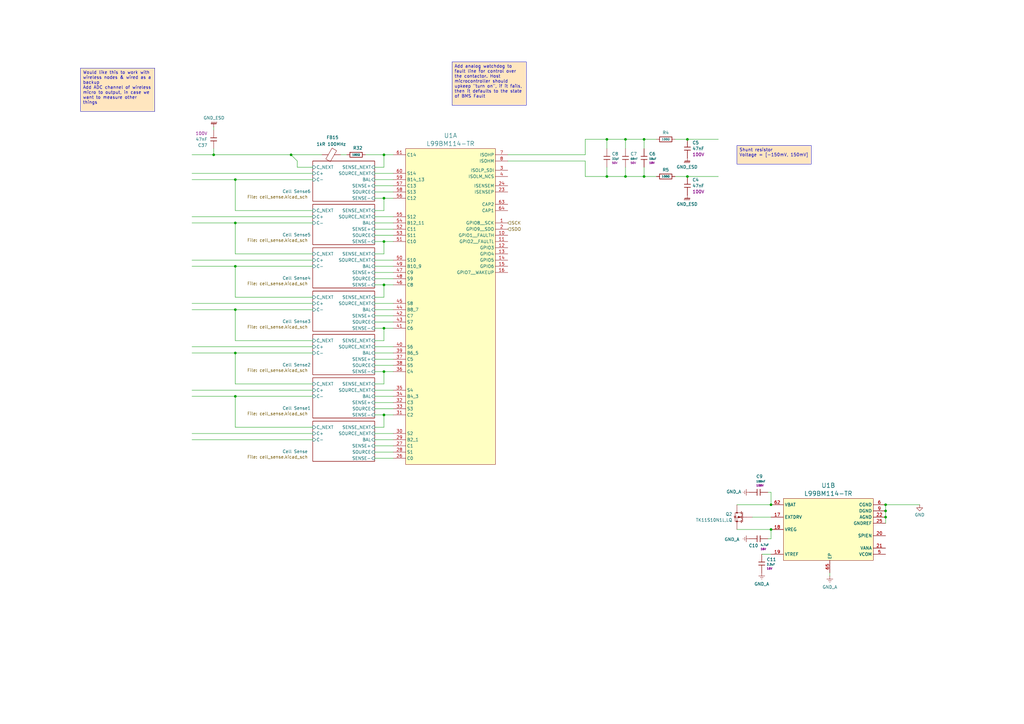
<source format=kicad_sch>
(kicad_sch (version 20250114) (generator "eeschema") (generator_version "9.0")
  (paper "A3")
  (lib_symbols
    (symbol "L99BM114-TR_1"
      (property "Reference" "U" (at -17.526 -67.818 0))
      (property "Value" "L99BM114-TR" (at 19.304 -49.784 0))
      (symbol "L99BM114-TR_1_1_0"
        (rectangle (start -17.78 49.53) (end 19.05 -80.01) (stroke (width 0) (color 128 0 0 1)) (fill (type background)))
        (pin passive line (at -22.86 46.99 0) (length 5.08) (name "C14") (number "61"))
        (pin passive line (at -22.86 39.37 0) (length 5.08) (name "S14") (number "60"))
        (pin passive line (at -22.86 36.83 0) (length 5.08) (name "B14_13") (number "59"))
        (pin passive line (at -22.86 34.29 0) (length 5.08) (name "C13") (number "57"))
        (pin passive line (at -22.86 31.75 0) (length 5.08) (name "S13") (number "58"))
        (pin passive line (at -22.86 29.21 0) (length 5.08) (name "C12") (number "56"))
        (pin passive line (at -22.86 21.59 0) (length 5.08) (name "S12") (number "55"))
        (pin passive line (at -22.86 19.05 0) (length 5.08) (name "B12_11") (number "54"))
        (pin passive line (at -22.86 16.51 0) (length 5.08) (name "C11") (number "52"))
        (pin passive line (at -22.86 13.97 0) (length 5.08) (name "S11") (number "53"))
        (pin passive line (at -22.86 11.43 0) (length 5.08) (name "C10") (number "51"))
        (pin passive line (at -22.86 3.81 0) (length 5.08) (name "S10") (number "50"))
        (pin passive line (at -22.86 1.27 0) (length 5.08) (name "B10_9") (number "49"))
        (pin passive line (at -22.86 -1.27 0) (length 5.08) (name "C9") (number "47"))
        (pin passive line (at -22.86 -3.81 0) (length 5.08) (name "S9") (number "48"))
        (pin passive line (at -22.86 -6.35 0) (length 5.08) (name "C8") (number "46"))
        (pin passive line (at -22.86 -13.97 0) (length 5.08) (name "S8") (number "45"))
        (pin passive line (at -22.86 -16.51 0) (length 5.08) (name "B8_7") (number "44"))
        (pin passive line (at -22.86 -19.05 0) (length 5.08) (name "C7") (number "42"))
        (pin passive line (at -22.86 -21.59 0) (length 5.08) (name "S7") (number "43"))
        (pin passive line (at -22.86 -24.13 0) (length 5.08) (name "C6") (number "41"))
        (pin passive line (at -22.86 -31.75 0) (length 5.08) (name "S6") (number "40"))
        (pin passive line (at -22.86 -34.29 0) (length 5.08) (name "B6_5") (number "39"))
        (pin passive line (at -22.86 -36.83 0) (length 5.08) (name "C5") (number "37"))
        (pin passive line (at -22.86 -39.37 0) (length 5.08) (name "S5") (number "38"))
        (pin passive line (at -22.86 -41.91 0) (length 5.08) (name "C4") (number "36"))
        (pin passive line (at -22.86 -49.53 0) (length 5.08) (name "S4") (number "35"))
        (pin passive line (at -22.86 -52.07 0) (length 5.08) (name "B4_3") (number "34"))
        (pin passive line (at -22.86 -54.61 0) (length 5.08) (name "C3") (number "32"))
        (pin passive line (at -22.86 -57.15 0) (length 5.08) (name "S3") (number "33"))
        (pin passive line (at -22.86 -59.69 0) (length 5.08) (name "C2") (number "31"))
        (pin passive line (at -22.86 -67.31 0) (length 5.08) (name "S2") (number "30"))
        (pin passive line (at -22.86 -69.85 0) (length 5.08) (name "B2_1") (number "29"))
        (pin passive line (at -22.86 -72.39 0) (length 5.08) (name "C1") (number "27"))
        (pin passive line (at -22.86 -74.93 0) (length 5.08) (name "S1") (number "28"))
        (pin passive line (at -22.86 -77.47 0) (length 5.08) (name "C0") (number "26"))
        (pin passive line (at 24.13 46.99 180) (length 5.08) (name "ISOHP") (number "7"))
        (pin passive line (at 24.13 44.45 180) (length 5.08) (name "ISOHM") (number "8"))
        (pin passive line (at 24.13 40.64 180) (length 5.08) (name "ISOLP_SDI") (number "3"))
        (pin passive line (at 24.13 38.1 180) (length 5.08) (name "ISOLM_NCS") (number "4"))
        (pin passive line (at 24.13 34.29 180) (length 5.08) (name "ISENSEM") (number "24"))
        (pin passive line (at 24.13 31.75 180) (length 5.08) (name "ISENSEP") (number "23"))
        (pin passive line (at 24.13 26.67 180) (length 5.08) (name "CAP2") (number "63"))
        (pin passive line (at 24.13 24.13 180) (length 5.08) (name "CAP1") (number "64"))
        (pin passive line (at 24.13 19.05 180) (length 5.08) (name "GPIO8__SCK") (number "1"))
        (pin passive line (at 24.13 16.51 180) (length 5.08) (name "GPIO9__SDO") (number "2"))
        (pin passive line (at 24.13 13.97 180) (length 5.08) (name "GPIO1__FAULTH") (number "10"))
        (pin passive line (at 24.13 11.43 180) (length 5.08) (name "GPIO2__FAULTL") (number "11"))
        (pin passive line (at 24.13 8.89 180) (length 5.08) (name "GPIO3") (number "12"))
        (pin passive line (at 24.13 6.35 180) (length 5.08) (name "GPIO4") (number "13"))
        (pin passive line (at 24.13 3.81 180) (length 5.08) (name "GPIO5") (number "14"))
        (pin passive line (at 24.13 1.27 180) (length 5.08) (name "GPIO6") (number "15"))
        (pin passive line (at 24.13 -1.27 180) (length 5.08) (name "GPIO7__WAKEUP") (number "16"))
      )
      (symbol "L99BM114-TR_1_2_0"
        (rectangle (start -19.05 12.7) (end 17.78 -12.7) (stroke (width 0) (color 128 0 0 1)) (fill (type background)))
        (pin passive line (at -24.13 10.16 0) (length 5.08) (name "VBAT") (number "62"))
        (pin passive line (at -24.13 5.08 0) (length 5.08) (name "EXTDRV") (number "17"))
        (pin passive line (at -24.13 0 0) (length 5.08) (name "VREG") (number "18"))
        (pin passive line (at -24.13 -10.16 0) (length 5.08) (name "VTREF") (number "19"))
        (pin passive line (at 0 -17.78 90) (length 5.08) (name "EP") (number "65"))
        (pin passive line (at 22.86 10.16 180) (length 5.08) (name "CGND") (number "6"))
        (pin passive line (at 22.86 7.62 180) (length 5.08) (name "DGND") (number "9"))
        (pin passive line (at 22.86 5.08 180) (length 5.08) (name "AGND") (number "22"))
        (pin passive line (at 22.86 2.54 180) (length 5.08) (name "GNDREF") (number "25"))
        (pin passive line (at 22.86 -2.54 180) (length 5.08) (name "SPIEN") (number "20"))
        (pin passive line (at 22.86 -7.62 180) (length 5.08) (name "VANA") (number "21"))
        (pin passive line (at 22.86 -10.16 180) (length 5.08) (name "VCOM") (number "5"))
      )
    )
    (symbol "PCM_JLCPCB-Capacitors:0402,33pF" (pin_numbers (hide yes)) (pin_names (offset 0))
      (property "Reference" "C" (at 2.032 1.668 0))
      (property "Value" "33pF" (at 2.032 -0.3782 0))
      (property "Voltage Rated" "50V" (at 2.032 -2.0462 0))
      (symbol "0402,33pF_0_1"
        (polyline (pts (xy -1.27 0.635) (xy 1.27 0.635)) (stroke (width 0.254)))
        (polyline (pts (xy -1.27 -0.635) (xy 1.27 -0.635)) (stroke (width 0.254)))
      )
      (symbol "0402,33pF_1_1"
        (pin passive line (at 0 3.81 270) (length 3.175) (name "~") (number "1"))
        (pin passive line (at 0 -3.81 90) (length 3.175) (name "~") (number "2"))
      )
    )
    (symbol "PCM_JLCPCB-Capacitors:0603,10uF" (pin_numbers (hide yes)) (pin_names (offset 0))
      (property "Reference" "C" (at 2.032 1.668 0))
      (property "Value" "10uF" (at 2.032 -0.3782 0))
      (property "Voltage Rated" "10V" (at 2.032 -2.0462 0))
      (symbol "0603,10uF_0_1"
        (polyline (pts (xy -1.27 0.635) (xy 1.27 0.635)) (stroke (width 0.254)))
        (polyline (pts (xy -1.27 -0.635) (xy 1.27 -0.635)) (stroke (width 0.254)))
      )
      (symbol "0603,10uF_1_1"
        (pin passive line (at 0 3.81 270) (length 3.175) (name "~") (number "1"))
        (pin passive line (at 0 -3.81 90) (length 3.175) (name "~") (number "2"))
      )
    )
    (symbol "PCM_JLCPCB-Capacitors:0603,2.2uF" (pin_numbers (hide yes)) (pin_names (offset 0))
      (property "Reference" "C" (at 2.032 1.668 0))
      (property "Value" "2.2uF" (at 2.032 -0.3782 0))
      (property "Voltage Rated" "16V" (at 2.032 -2.0462 0))
      (symbol "0603,2.2uF_0_1"
        (polyline (pts (xy -1.27 0.635) (xy 1.27 0.635)) (stroke (width 0.254)))
        (polyline (pts (xy -1.27 -0.635) (xy 1.27 -0.635)) (stroke (width 0.254)))
      )
      (symbol "0603,2.2uF_1_1"
        (pin passive line (at 0 3.81 270) (length 3.175) (name "~") (number "1"))
        (pin passive line (at 0 -3.81 90) (length 3.175) (name "~") (number "2"))
      )
    )
    (symbol "PCM_JLCPCB-Capacitors:0603,4.7uF" (pin_numbers (hide yes)) (pin_names (offset 0))
      (property "Reference" "C" (at 2.032 1.668 0))
      (property "Value" "4.7uF" (at 2.032 -0.3782 0))
      (property "Voltage Rated" "16V" (at 2.032 -2.0462 0))
      (symbol "0603,4.7uF_0_1"
        (polyline (pts (xy -1.27 0.635) (xy 1.27 0.635)) (stroke (width 0.254)))
        (polyline (pts (xy -1.27 -0.635) (xy 1.27 -0.635)) (stroke (width 0.254)))
      )
      (symbol "0603,4.7uF_1_1"
        (pin passive line (at 0 3.81 270) (length 3.175) (name "~") (number "1"))
        (pin passive line (at 0 -3.81 90) (length 3.175) (name "~") (number "2"))
      )
    )
    (symbol "PCM_JLCPCB-Capacitors:0603,68nF" (pin_numbers (hide yes)) (pin_names (offset 0))
      (property "Reference" "C" (at 2.032 1.668 0))
      (property "Value" "68nF" (at 2.032 -0.3782 0))
      (property "Voltage Rated" "50V" (at 2.032 -2.0462 0))
      (symbol "0603,68nF_0_1"
        (polyline (pts (xy -1.27 0.635) (xy 1.27 0.635)) (stroke (width 0.254)))
        (polyline (pts (xy -1.27 -0.635) (xy 1.27 -0.635)) (stroke (width 0.254)))
      )
      (symbol "0603,68nF_1_1"
        (pin passive line (at 0 3.81 270) (length 3.175) (name "~") (number "1"))
        (pin passive line (at 0 -3.81 90) (length 3.175) (name "~") (number "2"))
      )
    )
    (symbol "PCM_JLCPCB-Capacitors:0805,100nF" (pin_numbers (hide yes)) (pin_names (offset 0))
      (property "Reference" "C" (at 2.032 1.668 0))
      (property "Value" "100nF" (at 2.032 -0.3782 0))
      (property "Voltage Rated" "100V" (at 2.032 -2.0462 0))
      (symbol "0805,100nF_0_1"
        (polyline (pts (xy -1.27 0.635) (xy 1.27 0.635)) (stroke (width 0.254)))
        (polyline (pts (xy -1.27 -0.635) (xy 1.27 -0.635)) (stroke (width 0.254)))
      )
      (symbol "0805,100nF_1_1"
        (pin passive line (at 0 3.81 270) (length 3.175) (name "~") (number "1"))
        (pin passive line (at 0 -3.81 90) (length 3.175) (name "~") (number "2"))
      )
    )
    (symbol "PCM_JLCPCB-Resistors:0402,100Ω" (pin_numbers (hide yes)) (pin_names (offset 0))
      (property "Reference" "R" (at 1.778 0 0))
      (property "Value" "100Ω" (at 0 0 90))
      (symbol "0402,100Ω_0_1"
        (rectangle (start -1.016 2.54) (end 1.016 -2.54) (stroke (width 0.254)))
      )
      (symbol "0402,100Ω_1_1"
        (pin passive line (at 0 3.81 270) (length 1.27) (name "~") (number "1"))
        (pin passive line (at 0 -3.81 90) (length 1.27) (name "~") (number "2"))
      )
    )
    (symbol "ct_lib:CC0603KRX7R0BB473" (pin_numbers (hide yes)) (pin_names (offset 0) (hide yes))
      (property "Reference" "C" (at 0 0 0))
      (property "Value" "47nF" (at 0 0 0))
      (property "Voltage Rated" "100V" (at 0 0 0))
      (symbol "CC0603KRX7R0BB473_0_1"
        (polyline (pts (xy -1.27 0.635) (xy 1.27 0.635)) (stroke (width 0.254)))
        (polyline (pts (xy -1.27 -0.635) (xy 1.27 -0.635)) (stroke (width 0.254)))
      )
      (symbol "CC0603KRX7R0BB473_1_1"
        (pin passive line (at 0 3.81 270) (length 3.175) (name "~") (number "1"))
        (pin passive line (at 0 -3.81 90) (length 3.175) (name "~") (number "2"))
      )
    )
    (symbol "ct_lib:L99BM114-TR"
      (property "Reference" "U" (at -17.526 -50.038 0))
      (property "Value" "L99BM114-TR" (at 19.304 -49.784 0))
      (symbol "L99BM114-TR_1_0"
        (rectangle (start -17.78 46.99) (end 19.05 -46.99) (stroke (width 0) (color 128 0 0 1)) (fill (type background)))
        (pin passive line (at -22.86 44.45 0) (length 5.08) (name "C14") (number "61"))
        (pin passive line (at -22.86 41.91 0) (length 5.08) (name "S14") (number "60"))
        (pin passive line (at -22.86 39.37 0) (length 5.08) (name "B14_13") (number "59"))
        (pin passive line (at -22.86 36.83 0) (length 5.08) (name "C13") (number "57"))
        (pin passive line (at -22.86 34.29 0) (length 5.08) (name "S13") (number "58"))
        (pin passive line (at -22.86 31.75 0) (length 5.08) (name "C12") (number "56"))
        (pin passive line (at -22.86 29.21 0) (length 5.08) (name "S12") (number "55"))
        (pin passive line (at -22.86 26.67 0) (length 5.08) (name "B12_11") (number "54"))
        (pin passive line (at -22.86 24.13 0) (length 5.08) (name "C11") (number "52"))
        (pin passive line (at -22.86 21.59 0) (length 5.08) (name "S11") (number "53"))
        (pin passive line (at -22.86 19.05 0) (length 5.08) (name "C10") (number "51"))
        (pin passive line (at -22.86 16.51 0) (length 5.08) (name "S10") (number "50"))
        (pin passive line (at -22.86 13.97 0) (length 5.08) (name "B10_9") (number "49"))
        (pin passive line (at -22.86 11.43 0) (length 5.08) (name "C9") (number "47"))
        (pin passive line (at -22.86 8.89 0) (length 5.08) (name "S9") (number "48"))
        (pin passive line (at -22.86 6.35 0) (length 5.08) (name "C8") (number "46"))
        (pin passive line (at -22.86 3.81 0) (length 5.08) (name "S8") (number "45"))
        (pin passive line (at -22.86 1.27 0) (length 5.08) (name "B8_7") (number "44"))
        (pin passive line (at -22.86 -1.27 0) (length 5.08) (name "C7") (number "42"))
        (pin passive line (at -22.86 -3.81 0) (length 5.08) (name "S7") (number "43"))
        (pin passive line (at -22.86 -6.35 0) (length 5.08) (name "C6") (number "41"))
        (pin passive line (at -22.86 -8.89 0) (length 5.08) (name "S6") (number "40"))
        (pin passive line (at -22.86 -11.43 0) (length 5.08) (name "B6_5") (number "39"))
        (pin passive line (at -22.86 -13.97 0) (length 5.08) (name "C5") (number "37"))
        (pin passive line (at -22.86 -16.51 0) (length 5.08) (name "S5") (number "38"))
        (pin passive line (at -22.86 -19.05 0) (length 5.08) (name "C4") (number "36"))
        (pin passive line (at -22.86 -21.59 0) (length 5.08) (name "S4") (number "35"))
        (pin passive line (at -22.86 -24.13 0) (length 5.08) (name "B4_3") (number "34"))
        (pin passive line (at -22.86 -26.67 0) (length 5.08) (name "C3") (number "32"))
        (pin passive line (at -22.86 -29.21 0) (length 5.08) (name "S3") (number "33"))
        (pin passive line (at -22.86 -31.75 0) (length 5.08) (name "C2") (number "31"))
        (pin passive line (at -22.86 -34.29 0) (length 5.08) (name "S2") (number "30"))
        (pin passive line (at -22.86 -36.83 0) (length 5.08) (name "B2_1") (number "29"))
        (pin passive line (at -22.86 -39.37 0) (length 5.08) (name "C1") (number "27"))
        (pin passive line (at -22.86 -41.91 0) (length 5.08) (name "S1") (number "28"))
        (pin passive line (at -22.86 -44.45 0) (length 5.08) (name "C0") (number "26"))
        (pin passive line (at 24.13 43.18 180) (length 5.08) (name "ISOHP") (number "7"))
        (pin passive line (at 24.13 40.64 180) (length 5.08) (name "ISOHM") (number "8"))
        (pin passive line (at 24.13 36.83 180) (length 5.08) (name "ISOLP_SDI") (number "3"))
        (pin passive line (at 24.13 34.29 180) (length 5.08) (name "ISOLM_NCS") (number "4"))
        (pin passive line (at 24.13 30.48 180) (length 5.08) (name "ISENSEM") (number "24"))
        (pin passive line (at 24.13 27.94 180) (length 5.08) (name "ISENSEP") (number "23"))
        (pin passive line (at 24.13 22.86 180) (length 5.08) (name "CAP2") (number "63"))
        (pin passive line (at 24.13 20.32 180) (length 5.08) (name "CAP1") (number "64"))
        (pin passive line (at 24.13 15.24 180) (length 5.08) (name "GPIO8__SCK") (number "1"))
        (pin passive line (at 24.13 12.7 180) (length 5.08) (name "GPIO9__SDO") (number "2"))
        (pin passive line (at 24.13 10.16 180) (length 5.08) (name "GPIO1__FAULTH") (number "10"))
        (pin passive line (at 24.13 7.62 180) (length 5.08) (name "GPIO2__FAULTL") (number "11"))
        (pin passive line (at 24.13 5.08 180) (length 5.08) (name "GPIO3") (number "12"))
        (pin passive line (at 24.13 2.54 180) (length 5.08) (name "GPIO4") (number "13"))
        (pin passive line (at 24.13 0 180) (length 5.08) (name "GPIO5") (number "14"))
        (pin passive line (at 24.13 -2.54 180) (length 5.08) (name "GPIO6") (number "15"))
        (pin passive line (at 24.13 -5.08 180) (length 5.08) (name "GPIO7__WAKEUP") (number "16"))
      )
      (symbol "L99BM114-TR_2_0"
        (rectangle (start -19.05 12.7) (end 17.78 -12.7) (stroke (width 0) (color 128 0 0 1)) (fill (type background)))
        (pin passive line (at -24.13 10.16 0) (length 5.08) (name "VBAT") (number "62"))
        (pin passive line (at -24.13 5.08 0) (length 5.08) (name "EXTDRV") (number "17"))
        (pin passive line (at -24.13 0 0) (length 5.08) (name "VREG") (number "18"))
        (pin passive line (at -24.13 -10.16 0) (length 5.08) (name "VTREF") (number "19"))
        (pin passive line (at 0 -17.78 90) (length 5.08) (name "EP") (number "65"))
        (pin passive line (at 22.86 10.16 180) (length 5.08) (name "CGND") (number "6"))
        (pin passive line (at 22.86 7.62 180) (length 5.08) (name "DGND") (number "9"))
        (pin passive line (at 22.86 5.08 180) (length 5.08) (name "AGND") (number "22"))
        (pin passive line (at 22.86 2.54 180) (length 5.08) (name "GNDREF") (number "25"))
        (pin passive line (at 22.86 -2.54 180) (length 5.08) (name "SPIEN") (number "20"))
        (pin passive line (at 22.86 -7.62 180) (length 5.08) (name "VANA") (number "21"))
        (pin passive line (at 22.86 -10.16 180) (length 5.08) (name "VCOM") (number "5"))
      )
    )
    (symbol "ct_lib:MPZ2012S102ATD25" (pin_numbers (hide yes)) (pin_names (offset 0) (hide yes))
      (property "Reference" "FB" (at 0 0 0))
      (property "Value" "1kR 100MHz" (at 0 0 0))
      (symbol "MPZ2012S102ATD25_0_1"
        (polyline (pts (xy -2.7686 0.4064) (xy -1.7018 2.2606) (xy 2.7686 -0.3048) (xy 1.6764 -2.159) (xy -2.7686 0.4064)))
        (polyline (pts (xy 0 1.27) (xy 0 1.2954)))
        (polyline (pts (xy 0 -1.27) (xy 0 -1.2192)))
      )
      (symbol "MPZ2012S102ATD25_1_1"
        (pin passive line (at 0 3.81 270) (length 2.54) (name "~") (number "1"))
        (pin passive line (at 0 -3.81 90) (length 2.54) (name "~") (number "2"))
      )
    )
    (symbol "ct_lib:TK11S10N1L,LQ" (pin_numbers (hide yes)) (pin_names (offset 0) (hide yes))
      (property "Reference" "Q" (at 1.27 0 0))
      (property "Value" "TK11S10N1L,LQ" (at 0 0 0))
      (symbol "TK11S10N1L,LQ_0_1"
        (polyline (pts (xy 0.254 1.905) (xy 0.254 -1.905)) (stroke (width 0.254)))
        (polyline (pts (xy 0.254 0) (xy -1.27 0)))
        (polyline (pts (xy 0.762 2.286) (xy 0.762 1.27)) (stroke (width 0.254)))
        (polyline (pts (xy 0.762 0.508) (xy 0.762 -0.508)) (stroke (width 0.254)))
        (polyline (pts (xy 0.762 -1.27) (xy 0.762 -2.286)) (stroke (width 0.254)))
        (polyline (pts (xy 0.762 -1.778) (xy 3.302 -1.778) (xy 3.302 1.778) (xy 0.762 1.778)))
        (polyline (pts (xy 1.016 0) (xy 2.032 0.381) (xy 2.032 -0.381) (xy 1.016 0)) (fill (type outline)))
        (polyline (pts (xy 2.54 2.54) (xy 2.54 1.778)))
        (circle (center 2.54 1.778) (radius 0.254) (fill (type outline)))
        (circle (center 2.54 -1.778) (radius 0.254) (fill (type outline)))
        (polyline (pts (xy 2.54 -2.54) (xy 2.54 0) (xy 0.762 0)))
        (polyline (pts (xy 2.794 0.508) (xy 2.921 0.381) (xy 3.683 0.381) (xy 3.81 0.254)))
        (polyline (pts (xy 3.302 0.381) (xy 2.921 -0.254) (xy 3.683 -0.254) (xy 3.302 0.381)))
      )
      (symbol "TK11S10N1L,LQ_1_1"
        (pin input line (at -3.81 0 0) (length 2.54) (name "G") (number "1"))
        (pin passive line (at 2.54 5.08 270) (length 2.54) (name "D") (number "3"))
        (pin passive line (at 2.54 -5.08 90) (length 2.54) (name "S") (number "2"))
      )
    )
    (symbol "power:GND" (power) (pin_numbers (hide yes)) (pin_names (offset 0) (hide yes))
      (property "Value" "GND" (at 0 -3.81 0))
      (symbol "GND_0_1"
        (polyline (pts (xy 0 0) (xy 0 -1.27) (xy 1.27 -1.27) (xy 0 -2.54) (xy -1.27 -1.27) (xy 0 -1.27)))
      )
      (symbol "GND_1_1"
        (pin power_in line (at 0 0 270) (length 0) (name "~") (number "1"))
      )
    )
    (symbol "power:GNDPWR" (power) (pin_numbers (hide yes)) (pin_names (offset 0) (hide yes))
      (property "Value" "GNDPWR" (at 0 -3.302 0))
      (symbol "GNDPWR_0_1"
        (polyline (pts (xy -1.016 -1.27) (xy -1.27 -2.032) (xy -1.27 -2.032)) (stroke (width 0.2032)))
        (polyline (pts (xy -0.508 -1.27) (xy -0.762 -2.032) (xy -0.762 -2.032)) (stroke (width 0.2032)))
        (polyline (pts (xy 0 -1.27) (xy 0 0)))
        (polyline (pts (xy 0 -1.27) (xy -0.254 -2.032) (xy -0.254 -2.032)) (stroke (width 0.2032)))
        (polyline (pts (xy 0.508 -1.27) (xy 0.254 -2.032) (xy 0.254 -2.032)) (stroke (width 0.2032)))
        (polyline (pts (xy 1.016 -1.27) (xy -1.016 -1.27) (xy -1.016 -1.27)) (stroke (width 0.2032)))
        (polyline (pts (xy 1.016 -1.27) (xy 0.762 -2.032) (xy 0.762 -2.032) (xy 0.762 -2.032)) (stroke (width 0.2032)))
      )
      (symbol "GNDPWR_1_1"
        (pin power_in line (at 0 0 270) (length 0) (name "~") (number "1"))
      )
    )
    (symbol "power:GNDREF" (power) (pin_numbers (hide yes)) (pin_names (offset 0) (hide yes))
      (property "Value" "GNDREF" (at 0 -3.81 0))
      (symbol "GNDREF_0_1"
        (polyline (pts (xy -0.635 -1.905) (xy 0.635 -1.905)))
        (polyline (pts (xy -0.127 -2.54) (xy 0.127 -2.54)))
        (polyline (pts (xy 0 -1.27) (xy 0 0)))
        (polyline (pts (xy 1.27 -1.27) (xy -1.27 -1.27)))
      )
      (symbol "GNDREF_1_1"
        (pin power_in line (at 0 0 270) (length 0) (name "~") (number "1"))
      )
    )
  )
  (text_box "Shunt resistor\nVoltage = [-150mV, 150mV]\n" (at 302.26 59.69 0) (size 30.48 7.62) (margins 0.9525 0.9525 0.9525 0.9525) (fill (type color) (color 255 230 191 1)) (effects (font (size 1.27 1.27)) (justify left top)))
  (text_box "Would like this to work with wireless nodes & wired as a backup\nAdd ADC channel of wireless micro to output, in case we want to measure other things" (at 33.02 27.94 0) (size 30.48 17.78) (margins 0.9525 0.9525 0.9525 0.9525) (fill (type color) (color 255 230 191 1)) (effects (font (size 1.27 1.27)) (justify left top)))
  (text_box "Add analog watchdog to fault line for control over the contactor. Host microcontroller should upkeep \"turn on\", if it fails, then it defaults to the state of BMS Fault" (at 185.42 25.4 0) (size 30.48 17.78) (margins 0.9525 0.9525 0.9525 0.9525) (fill (type color) (color 255 230 191 1)) (effects (font (size 1.27 1.27)) (justify left top)))
  (junction (at 157.48 116.84))
  (junction (at 96.52 91.44))
  (junction (at 157.48 81.28))
  (junction (at 316.23 217.17))
  (junction (at 87.63 63.5))
  (junction (at 363.22 209.55))
  (junction (at 96.52 109.22))
  (junction (at 157.48 152.4))
  (junction (at 264.16 57.15))
  (junction (at 96.52 73.66))
  (junction (at 157.48 134.62))
  (junction (at 363.22 212.09))
  (junction (at 96.52 127))
  (junction (at 96.52 162.56))
  (junction (at 157.48 99.06))
  (junction (at 264.16 72.39))
  (junction (at 248.92 72.39))
  (junction (at 281.94 72.39))
  (junction (at 256.54 57.15))
  (junction (at 119.38 63.5))
  (junction (at 157.48 170.18))
  (junction (at 316.23 207.01))
  (junction (at 96.52 144.78))
  (junction (at 256.54 72.39))
  (junction (at 157.48 63.5))
  (junction (at 281.94 57.15))
  (junction (at 248.92 57.15))
  (junction (at 363.22 207.01))
  (bus_entry (at 121.92 66.04) (size -2.54 -2.54))
  (wire (pts (xy 153.67 144.78) (xy 161.29 144.78)))
  (wire (pts (xy 240.03 63.5) (xy 240.03 57.15)))
  (wire (pts (xy 314.96 201.93) (xy 316.23 201.93)))
  (wire (pts (xy 276.86 72.39) (xy 281.94 72.39)))
  (wire (pts (xy 78.74 127) (xy 96.52 127)))
  (wire (pts (xy 248.92 68.58) (xy 248.92 72.39)))
  (wire (pts (xy 157.48 152.4) (xy 157.48 157.48)))
  (wire (pts (xy 153.67 99.06) (xy 157.48 99.06)))
  (wire (pts (xy 96.52 157.48) (xy 96.52 144.78)))
  (wire (pts (xy 78.74 63.5) (xy 87.63 63.5)))
  (wire (pts (xy 157.48 63.5) (xy 161.29 63.5)))
  (wire (pts (xy 264.16 68.58) (xy 264.16 72.39)))
  (wire (pts (xy 256.54 72.39) (xy 264.16 72.39)))
  (wire (pts (xy 96.52 104.14) (xy 96.52 91.44)))
  (wire (pts (xy 128.27 157.48) (xy 96.52 157.48)))
  (wire (pts (xy 78.74 71.12) (xy 128.27 71.12)))
  (wire (pts (xy 153.67 152.4) (xy 157.48 152.4)))
  (wire (pts (xy 153.67 104.14) (xy 157.48 104.14)))
  (wire (pts (xy 153.67 73.66) (xy 161.29 73.66)))
  (wire (pts (xy 157.48 170.18) (xy 157.48 175.26)))
  (wire (pts (xy 240.03 57.15) (xy 248.92 57.15)))
  (wire (pts (xy 96.52 121.92) (xy 96.52 109.22)))
  (wire (pts (xy 256.54 60.96) (xy 256.54 57.15)))
  (wire (pts (xy 308.61 212.09) (xy 316.23 212.09)))
  (wire (pts (xy 157.48 116.84) (xy 161.29 116.84)))
  (wire (pts (xy 78.74 73.66) (xy 96.52 73.66)))
  (wire (pts (xy 153.67 127) (xy 161.29 127)))
  (wire (pts (xy 153.67 96.52) (xy 161.29 96.52)))
  (wire (pts (xy 302.26 217.17) (xy 316.23 217.17)))
  (wire (pts (xy 153.67 78.74) (xy 161.29 78.74)))
  (wire (pts (xy 240.03 66.04) (xy 240.03 72.39)))
  (wire (pts (xy 248.92 72.39) (xy 256.54 72.39)))
  (wire (pts (xy 78.74 144.78) (xy 96.52 144.78)))
  (wire (pts (xy 87.63 60.96) (xy 87.63 63.5)))
  (wire (pts (xy 153.67 162.56) (xy 161.29 162.56)))
  (wire (pts (xy 248.92 57.15) (xy 256.54 57.15)))
  (wire (pts (xy 157.48 116.84) (xy 157.48 121.92)))
  (wire (pts (xy 208.28 63.5) (xy 240.03 63.5)))
  (wire (pts (xy 157.48 81.28) (xy 157.48 86.36)))
  (wire (pts (xy 157.48 99.06) (xy 161.29 99.06)))
  (wire (pts (xy 281.94 57.15) (xy 294.64 57.15)))
  (wire (pts (xy 121.92 68.58) (xy 121.92 66.04)))
  (wire (pts (xy 153.67 76.2) (xy 161.29 76.2)))
  (wire (pts (xy 153.67 88.9) (xy 161.29 88.9)))
  (wire (pts (xy 302.26 207.01) (xy 316.23 207.01)))
  (wire (pts (xy 78.74 177.8) (xy 128.27 177.8)))
  (wire (pts (xy 153.67 177.8) (xy 161.29 177.8)))
  (wire (pts (xy 96.52 109.22) (xy 128.27 109.22)))
  (wire (pts (xy 363.22 207.01) (xy 363.22 209.55)))
  (wire (pts (xy 153.67 182.88) (xy 161.29 182.88)))
  (wire (pts (xy 256.54 57.15) (xy 264.16 57.15)))
  (wire (pts (xy 157.48 134.62) (xy 161.29 134.62)))
  (wire (pts (xy 153.67 93.98) (xy 161.29 93.98)))
  (wire (pts (xy 119.38 63.5) (xy 132.08 63.5)))
  (wire (pts (xy 153.67 167.64) (xy 161.29 167.64)))
  (wire (pts (xy 78.74 142.24) (xy 128.27 142.24)))
  (wire (pts (xy 142.24 63.5) (xy 139.7 63.5)))
  (wire (pts (xy 276.86 57.15) (xy 281.94 57.15)))
  (wire (pts (xy 264.16 72.39) (xy 269.24 72.39)))
  (wire (pts (xy 96.52 144.78) (xy 128.27 144.78)))
  (wire (pts (xy 153.67 106.68) (xy 161.29 106.68)))
  (wire (pts (xy 96.52 73.66) (xy 128.27 73.66)))
  (wire (pts (xy 78.74 106.68) (xy 128.27 106.68)))
  (wire (pts (xy 78.74 88.9) (xy 128.27 88.9)))
  (wire (pts (xy 264.16 60.96) (xy 264.16 57.15)))
  (wire (pts (xy 157.48 68.58) (xy 157.48 63.5)))
  (wire (pts (xy 128.27 139.7) (xy 96.52 139.7)))
  (wire (pts (xy 363.22 207.01) (xy 377.19 207.01)))
  (wire (pts (xy 78.74 109.22) (xy 96.52 109.22)))
  (wire (pts (xy 87.63 52.07) (xy 87.63 53.34)))
  (wire (pts (xy 153.67 116.84) (xy 157.48 116.84)))
  (wire (pts (xy 363.22 209.55) (xy 363.22 212.09)))
  (wire (pts (xy 153.67 86.36) (xy 157.48 86.36)))
  (wire (pts (xy 78.74 124.46) (xy 128.27 124.46)))
  (wire (pts (xy 240.03 72.39) (xy 248.92 72.39)))
  (wire (pts (xy 157.48 134.62) (xy 157.48 139.7)))
  (wire (pts (xy 153.67 147.32) (xy 161.29 147.32)))
  (wire (pts (xy 281.94 72.39) (xy 294.64 72.39)))
  (wire (pts (xy 128.27 175.26) (xy 96.52 175.26)))
  (wire (pts (xy 153.67 121.92) (xy 157.48 121.92)))
  (wire (pts (xy 153.67 109.22) (xy 161.29 109.22)))
  (wire (pts (xy 78.74 180.34) (xy 128.27 180.34)))
  (wire (pts (xy 153.67 132.08) (xy 161.29 132.08)))
  (wire (pts (xy 248.92 60.96) (xy 248.92 57.15)))
  (wire (pts (xy 153.67 165.1) (xy 161.29 165.1)))
  (wire (pts (xy 153.67 129.54) (xy 161.29 129.54)))
  (wire (pts (xy 153.67 175.26) (xy 157.48 175.26)))
  (wire (pts (xy 153.67 180.34) (xy 161.29 180.34)))
  (wire (pts (xy 157.48 99.06) (xy 157.48 104.14)))
  (wire (pts (xy 153.67 134.62) (xy 157.48 134.62)))
  (wire (pts (xy 153.67 170.18) (xy 157.48 170.18)))
  (wire (pts (xy 153.67 142.24) (xy 161.29 142.24)))
  (wire (pts (xy 96.52 175.26) (xy 96.52 162.56)))
  (wire (pts (xy 153.67 91.44) (xy 161.29 91.44)))
  (wire (pts (xy 96.52 127) (xy 128.27 127)))
  (wire (pts (xy 96.52 86.36) (xy 96.52 73.66)))
  (wire (pts (xy 128.27 121.92) (xy 96.52 121.92)))
  (wire (pts (xy 157.48 170.18) (xy 161.29 170.18)))
  (wire (pts (xy 157.48 81.28) (xy 161.29 81.28)))
  (wire (pts (xy 153.67 160.02) (xy 161.29 160.02)))
  (wire (pts (xy 128.27 86.36) (xy 96.52 86.36)))
  (wire (pts (xy 256.54 68.58) (xy 256.54 72.39)))
  (wire (pts (xy 153.67 185.42) (xy 161.29 185.42)))
  (wire (pts (xy 316.23 220.98) (xy 314.96 220.98)))
  (wire (pts (xy 87.63 63.5) (xy 119.38 63.5)))
  (wire (pts (xy 153.67 68.58) (xy 157.48 68.58)))
  (wire (pts (xy 78.74 91.44) (xy 96.52 91.44)))
  (wire (pts (xy 153.67 187.96) (xy 161.29 187.96)))
  (wire (pts (xy 316.23 217.17) (xy 316.23 220.98)))
  (wire (pts (xy 96.52 91.44) (xy 128.27 91.44)))
  (wire (pts (xy 78.74 160.02) (xy 128.27 160.02)))
  (wire (pts (xy 153.67 111.76) (xy 161.29 111.76)))
  (wire (pts (xy 153.67 81.28) (xy 157.48 81.28)))
  (wire (pts (xy 153.67 149.86) (xy 161.29 149.86)))
  (wire (pts (xy 208.28 66.04) (xy 240.03 66.04)))
  (wire (pts (xy 316.23 201.93) (xy 316.23 207.01)))
  (wire (pts (xy 96.52 139.7) (xy 96.52 127)))
  (wire (pts (xy 363.22 212.09) (xy 363.22 214.63)))
  (wire (pts (xy 312.42 227.33) (xy 316.23 227.33)))
  (wire (pts (xy 96.52 162.56) (xy 128.27 162.56)))
  (wire (pts (xy 153.67 114.3) (xy 161.29 114.3)))
  (wire (pts (xy 128.27 104.14) (xy 96.52 104.14)))
  (wire (pts (xy 149.86 63.5) (xy 157.48 63.5)))
  (wire (pts (xy 153.67 157.48) (xy 157.48 157.48)))
  (wire (pts (xy 153.67 71.12) (xy 161.29 71.12)))
  (wire (pts (xy 78.74 162.56) (xy 96.52 162.56)))
  (wire (pts (xy 153.67 124.46) (xy 161.29 124.46)))
  (wire (pts (xy 264.16 57.15) (xy 269.24 57.15)))
  (wire (pts (xy 340.36 234.95) (xy 340.36 236.22)))
  (wire (pts (xy 157.48 152.4) (xy 161.29 152.4)))
  (wire (pts (xy 153.67 139.7) (xy 157.48 139.7)))
  (wire (pts (xy 128.27 68.58) (xy 121.92 68.58)))
  (hierarchical_label "SCK" (shape input) (at 208.28 91.44 0))
  (hierarchical_label "SDO" (shape input) (at 208.28 93.98 0))
  (symbol (lib_id "ct_lib:L99BM114-TR") (at 340.36 217.17 0) (unit 2)
    (property "Reference" "U1" (at 339.725 199.1043 0) (effects (font (size 1.8288 1.8288))))
    (property "Value" "L99BM114-TR" (at 339.725 202.4274 0) (effects (font (size 1.8288 1.8288))))
    (property "Datasheet" "https://www.st.com/resource/en/datasheet/l99bm114.pdf" (effects (hide yes)))
    (property "Description" "Battery Multi-Function Controller IC Lithium Ion 64-TQFP-EP (10x10)" (effects (hide yes)))
    (property "MFG" "STMicroelectronics" (effects (hide yes)))
  )
  (symbol (lib_id "PCM_JLCPCB-Capacitors:0805,100nF") (at 311.15 201.93 270) (unit 1)
    (property "Reference" "C9" (at 310.134 195.4218 90) (effects (justify left)))
    (property "Value" "100nF" (at 310.134 197.468 90) (effects (font (size 0.8 0.8)) (justify left)))
    (property "Footprint" "PCM_JLCPCB:C_0805" (effects (hide yes)))
    (property "Datasheet" "https://www.lcsc.com/datasheet/lcsc_datasheet_2304140030_Samsung-Electro-Mechanics-CL21B104KCFNNNE_C28233.pdf" (effects (hide yes)))
    (property "Description" "100V 100nF X7R ±10% 0805 Multilayer Ceramic Capacitors MLCC - SMD/SMT ROHS" (effects (hide yes)))
    (property "LCSC" "C28233" (effects (hide yes)))
    (property "Stock" "1168020" (effects (hide yes)))
    (property "Price" "0.009USD" (effects (hide yes)))
    (property "Process" "SMT" (effects (hide yes)))
    (property "Minimum Qty" "20" (effects (hide yes)))
    (property "Attrition Qty" "10" (effects (hide yes)))
    (property "Class" "Basic Component" (effects (hide yes)))
    (property "Category" "Capacitors,Multilayer Ceramic Capacitors MLCC - SMD/SMT" (effects (hide yes)))
    (property "Manufacturer" "Samsung Electro-Mechanics" (effects (hide yes)))
    (property "Part" "CL21B104KCFNNNE" (effects (hide yes)))
    (property "Voltage Rated" "100V" (at 310.134 199.136 90) (effects (font (size 0.8 0.8)) (justify left)))
    (property "Tolerance" "±10%" (effects (hide yes)))
    (property "Capacitance" "100nF" (effects (hide yes)))
    (property "Temperature Coefficient" "X7R" (effects (hide yes)))
  )
  (symbol (lib_id "power:GNDREF") (at 307.34 220.98 270) (unit 1)
    (property "Reference" "#PWR06" (effects (hide yes)))
    (property "Value" "GND_A" (at 300.228 221.234 90))
    (property "Description" "Power symbol creates a global label with name \"GNDREF\" , reference supply ground" (effects (hide yes)))
  )
  (symbol (lib_id "power:GNDPWR") (at 87.63 52.07 180) (unit 1)
    (property "Reference" "#PWR022" (effects (hide yes)))
    (property "Value" "GND_ESD" (at 87.757 48.3433 0))
    (property "Description" "Power symbol creates a global label with name \"GNDPWR\" , global ground" (effects (hide yes)))
  )
  (symbol (lib_id "PCM_JLCPCB-Capacitors:0603,4.7uF") (at 311.15 220.98 90) (unit 1)
    (property "Reference" "C10" (at 307.086 223.774 90) (effects (justify right)))
    (property "Value" "4.7uF" (at 311.912 223.52 90) (effects (font (size 0.8 0.8)) (justify right)))
    (property "Footprint" "PCM_JLCPCB:C_0603" (effects (hide yes)))
    (property "Datasheet" "https://www.lcsc.com/datasheet/lcsc_datasheet_2304140030_Samsung-Electro-Mechanics-CL10A475KO8NNNC_C19666.pdf" (effects (hide yes)))
    (property "Description" "16V 4.7uF X5R ±10% 0603 Multilayer Ceramic Capacitors MLCC - SMD/SMT ROHS" (effects (hide yes)))
    (property "LCSC" "C19666" (effects (hide yes)))
    (property "Stock" "4246728" (effects (hide yes)))
    (property "Price" "0.013USD" (effects (hide yes)))
    (property "Process" "SMT" (effects (hide yes)))
    (property "Minimum Qty" "20" (effects (hide yes)))
    (property "Attrition Qty" "10" (effects (hide yes)))
    (property "Class" "Basic Component" (effects (hide yes)))
    (property "Category" "Capacitors,Multilayer Ceramic Capacitors MLCC - SMD/SMT" (effects (hide yes)))
    (property "Manufacturer" "Samsung Electro-Mechanics" (effects (hide yes)))
    (property "Part" "CL10A475KO8NNNC" (effects (hide yes)))
    (property "Voltage Rated" "16V" (at 311.912 225.188 90) (effects (font (size 0.8 0.8)) (justify right)))
    (property "Tolerance" "±10%" (effects (hide yes)))
    (property "Capacitance" "4.7uF" (effects (hide yes)))
    (property "Temperature Coefficient" "X5R" (effects (hide yes)))
  )
  (symbol (lib_id "PCM_JLCPCB-Capacitors:0603,10uF") (at 264.16 64.77 0) (unit 1)
    (property "Reference" "C6" (at 266.192 63.102 0) (effects (justify left)))
    (property "Value" "10uF" (at 266.192 65.1482 0) (effects (font (size 0.8 0.8)) (justify left)))
    (property "Footprint" "PCM_JLCPCB:C_0603" (effects (hide yes)))
    (property "Datasheet" "https://www.lcsc.com/datasheet/lcsc_datasheet_2304140030_Samsung-Electro-Mechanics-CL10A106KP8NNNC_C19702.pdf" (effects (hide yes)))
    (property "Description" "10V 10uF X5R ±10% 0603 Multilayer Ceramic Capacitors MLCC - SMD/SMT ROHS" (effects (hide yes)))
    (property "LCSC" "C19702" (effects (hide yes)))
    (property "Stock" "9881407" (effects (hide yes)))
    (property "Price" "0.009USD" (effects (hide yes)))
    (property "Process" "SMT" (effects (hide yes)))
    (property "Minimum Qty" "20" (effects (hide yes)))
    (property "Attrition Qty" "10" (effects (hide yes)))
    (property "Class" "Basic Component" (effects (hide yes)))
    (property "Category" "Capacitors,Multilayer Ceramic Capacitors MLCC - SMD/SMT" (effects (hide yes)))
    (property "Manufacturer" "Samsung Electro-Mechanics" (effects (hide yes)))
    (property "Part" "CL10A106KP8NNNC" (effects (hide yes)))
    (property "Voltage Rated" "10V" (at 266.192 66.8162 0) (effects (font (size 0.8 0.8)) (justify left)))
    (property "Tolerance" "±10%" (effects (hide yes)))
    (property "Capacitance" "10uF" (effects (hide yes)))
    (property "Temperature Coefficient" "X5R" (effects (hide yes)))
  )
  (symbol (lib_id "power:GNDPWR") (at 281.94 64.77 0) (unit 1)
    (property "Reference" "#PWR03" (effects (hide yes)))
    (property "Value" "GND_ESD" (at 281.813 68.4967 0))
    (property "Description" "Power symbol creates a global label with name \"GNDPWR\" , global ground" (effects (hide yes)))
  )
  (symbol (lib_id "ct_lib:CC0603KRX7R0BB473") (at 281.94 76.2 0) (unit 1)
    (property "Reference" "C4" (at 283.972 73.7757 0) (effects (justify left)))
    (property "Value" "47nF" (at 283.972 76.2 0) (effects (justify left)))
    (property "Description" "100V 47nF X7R ±10% 0603 Multilayer Ceramic Capacitors MLCC - SMD/SMT ROHS" (effects (hide yes)))
    (property "MFG" "YAGEO" (effects (hide yes)))
    (property "MPN" "CC0603KRX7R0BB473" (effects (hide yes)))
    (property "Tolerance" "10%" (effects (hide yes)))
    (property "Voltage Rated" "100V" (at 283.972 78.6243 0) (effects (justify left)))
  )
  (symbol (lib_id "PCM_JLCPCB-Capacitors:0402,33pF") (at 248.92 64.77 0) (unit 1)
    (property "Reference" "C8" (at 250.952 63.102 0) (effects (justify left)))
    (property "Value" "33pF" (at 250.952 65.1482 0) (effects (font (size 0.8 0.8)) (justify left)))
    (property "Footprint" "PCM_JLCPCB:C_0402" (effects (hide yes)))
    (property "Datasheet" "https://www.lcsc.com/datasheet/lcsc_datasheet_2304140030_FH--Guangdong-Fenghua-Advanced-Tech-0402CG330J500NT_C1562.pdf" (effects (hide yes)))
    (property "Description" "50V 33pF C0G ±5% 0402 Multilayer Ceramic Capacitors MLCC - SMD/SMT ROHS" (effects (hide yes)))
    (property "LCSC" "C1562" (effects (hide yes)))
    (property "Stock" "404899" (effects (hide yes)))
    (property "Price" "0.004USD" (effects (hide yes)))
    (property "Process" "SMT" (effects (hide yes)))
    (property "Minimum Qty" "20" (effects (hide yes)))
    (property "Attrition Qty" "10" (effects (hide yes)))
    (property "Class" "Basic Component" (effects (hide yes)))
    (property "Category" "Capacitors,Multilayer Ceramic Capacitors MLCC - SMD/SMT" (effects (hide yes)))
    (property "Manufacturer" "FH(Guangdong Fenghua Advanced Tech)" (effects (hide yes)))
    (property "Part" "0402CG330J500NT" (effects (hide yes)))
    (property "Voltage Rated" "50V" (at 250.952 66.8162 0) (effects (font (size 0.8 0.8)) (justify left)))
    (property "Tolerance" "±5%" (effects (hide yes)))
    (property "Capacitance" "33pF" (effects (hide yes)))
    (property "Temperature Coefficient" "C0G" (effects (hide yes)))
  )
  (symbol (lib_id "ct_lib:TK11S10N1L,LQ") (at 304.8 212.09 0) (mirror y) (unit 1)
    (property "Reference" "Q2" (at 300.355 210.8778 0) (effects (justify left)))
    (property "Value" "TK11S10N1L,LQ" (at 300.355 213.3021 0) (effects (justify left)))
    (property "Description" "-55℃~+175℃ 1 N-channel 100V 11A 15nC@10V 2.5V 23mΩ@10V 370pF 65W 67pF 850pF N-Channel DPAK MOSFETs ROHS" (effects (hide yes)))
    (property "MFG" "TOSHIBA" (effects (hide yes)))
    (property "MPN" "TK11S10N1L,LQ" (effects (hide yes)))
  )
  (symbol (lib_id "ct_lib:CC0603KRX7R0BB473") (at 87.63 57.15 0) (mirror x) (unit 1)
    (property "Reference" "C37" (at 85.09 59.5743 0) (effects (justify right)))
    (property "Value" "47nF" (at 85.09 57.15 0) (effects (justify right)))
    (property "Description" "100V 47nF X7R ±10% 0603 Multilayer Ceramic Capacitors MLCC - SMD/SMT ROHS" (effects (hide yes)))
    (property "Tolerance" "10%" (effects (hide yes)))
    (property "MFG" "YAGEO" (effects (hide yes)))
    (property "MPN" "CC0603KRX7R0BB473" (effects (hide yes)))
    (property "Voltage Rated" "100V" (at 85.09 54.7257 0) (effects (justify right)))
  )
  (symbol (lib_id "ct_lib:MPZ2012S102ATD25") (at 135.89 63.5 90) (unit 1)
    (property "Reference" "FB15" (at 136.398 56.388 90))
    (property "Value" "1kR 100MHz" (at 135.8392 59.1382 90))
    (property "Description" "1 kOhms @ 100 MHz 1 Power Line Ferrite Bead 0805 (2012 Metric) 1.5A 150mOhm" (effects (hide yes)))
    (property "MFG" "TDK Corporation" (effects (hide yes)))
    (property "MPN" "MPZ2012S102ATD25" (effects (hide yes)))
  )
  (symbol (lib_id "power:GNDREF") (at 340.36 236.22 0) (unit 1)
    (property "Reference" "#PWR09" (effects (hide yes)))
    (property "Value" "GND_A" (at 340.36 240.792 0))
    (property "Description" "Power symbol creates a global label with name \"GNDREF\" , reference supply ground" (effects (hide yes)))
  )
  (symbol (lib_id "power:GNDREF") (at 307.34 201.93 270) (unit 1)
    (property "Reference" "#PWR05" (effects (hide yes)))
    (property "Value" "GND_A" (at 300.99 201.676 90))
    (property "Description" "Power symbol creates a global label with name \"GNDREF\" , reference supply ground" (effects (hide yes)))
  )
  (symbol (lib_id "PCM_JLCPCB-Resistors:0402,100Ω") (at 146.05 63.5 270) (mirror x) (unit 1)
    (property "Reference" "R32" (at 144.78 60.706 90) (effects (justify left)))
    (property "Value" "100Ω" (at 146.05 63.5 90) (effects (font (size 0.8 0.8))))
    (property "Footprint" "PCM_JLCPCB:R_0402" (effects (hide yes)))
    (property "Datasheet" "https://www.lcsc.com/datasheet/lcsc_datasheet_2205311900_UNI-ROYAL-Uniroyal-Elec-0402WGF1000TCE_C25076.pdf" (effects (hide yes)))
    (property "Description" "62.5mW Thick Film Resistors 50V ±1% ±200ppm/°C 100Ω 0402 Chip Resistor - Surface Mount ROHS" (effects (hide yes)))
    (property "LCSC" "C25076" (effects (hide yes)))
    (property "Stock" "5907585" (effects (hide yes)))
    (property "Price" "0.004USD" (effects (hide yes)))
    (property "Process" "SMT" (effects (hide yes)))
    (property "Minimum Qty" "20" (effects (hide yes)))
    (property "Attrition Qty" "10" (effects (hide yes)))
    (property "Class" "Basic Component" (effects (hide yes)))
    (property "Category" "Resistors,Chip Resistor - Surface Mount" (effects (hide yes)))
    (property "Manufacturer" "UNI-ROYAL(Uniroyal Elec)" (effects (hide yes)))
    (property "Part" "0402WGF1000TCE" (effects (hide yes)))
    (property "Resistance" "100Ω" (effects (hide yes)))
    (property "Power(Watts)" "62.5mW" (effects (hide yes)))
    (property "Type" "Thick Film Resistors" (effects (hide yes)))
    (property "Overload Voltage (Max)" "50V" (effects (hide yes)))
    (property "Operating Temperature Range" "-55°C~+155°C" (effects (hide yes)))
    (property "Tolerance" "±1%" (effects (hide yes)))
    (property "Temperature Coefficient" "±200ppm/°C" (effects (hide yes)))
  )
  (symbol (lib_id "power:GNDPWR") (at 281.94 80.01 0) (unit 1)
    (property "Reference" "#PWR04" (effects (hide yes)))
    (property "Value" "GND_ESD" (at 281.813 83.7367 0))
    (property "Description" "Power symbol creates a global label with name \"GNDPWR\" , global ground" (effects (hide yes)))
  )
  (symbol (lib_id "ct_lib:CC0603KRX7R0BB473") (at 281.94 60.96 0) (unit 1)
    (property "Reference" "C5" (at 283.972 58.5357 0) (effects (justify left)))
    (property "Value" "47nF" (at 283.972 60.96 0) (effects (justify left)))
    (property "Description" "100V 47nF X7R ±10% 0603 Multilayer Ceramic Capacitors MLCC - SMD/SMT ROHS" (effects (hide yes)))
    (property "MFG" "YAGEO" (effects (hide yes)))
    (property "MPN" "CC0603KRX7R0BB473" (effects (hide yes)))
    (property "Tolerance" "10%" (effects (hide yes)))
    (property "Voltage Rated" "100V" (at 283.972 63.3843 0) (effects (justify left)))
  )
  (symbol (lib_id "PCM_JLCPCB-Resistors:0402,100Ω") (at 273.05 57.15 90) (unit 1)
    (property "Reference" "R4" (at 273.05 54.4139 90))
    (property "Value" "100Ω" (at 273.05 57.15 90) (effects (font (size 0.8 0.8))))
    (property "Footprint" "PCM_JLCPCB:R_0402" (effects (hide yes)))
    (property "Datasheet" "https://www.lcsc.com/datasheet/lcsc_datasheet_2205311900_UNI-ROYAL-Uniroyal-Elec-0402WGF1000TCE_C25076.pdf" (effects (hide yes)))
    (property "Description" "62.5mW Thick Film Resistors 50V ±1% ±200ppm/°C 100Ω 0402 Chip Resistor - Surface Mount ROHS" (effects (hide yes)))
    (property "LCSC" "C25076" (effects (hide yes)))
    (property "Stock" "5907585" (effects (hide yes)))
    (property "Price" "0.004USD" (effects (hide yes)))
    (property "Process" "SMT" (effects (hide yes)))
    (property "Minimum Qty" "20" (effects (hide yes)))
    (property "Attrition Qty" "10" (effects (hide yes)))
    (property "Class" "Basic Component" (effects (hide yes)))
    (property "Category" "Resistors,Chip Resistor - Surface Mount" (effects (hide yes)))
    (property "Manufacturer" "UNI-ROYAL(Uniroyal Elec)" (effects (hide yes)))
    (property "Part" "0402WGF1000TCE" (effects (hide yes)))
    (property "Resistance" "100Ω" (effects (hide yes)))
    (property "Power(Watts)" "62.5mW" (effects (hide yes)))
    (property "Type" "Thick Film Resistors" (effects (hide yes)))
    (property "Overload Voltage (Max)" "50V" (effects (hide yes)))
    (property "Operating Temperature Range" "-55°C~+155°C" (effects (hide yes)))
    (property "Tolerance" "±1%" (effects (hide yes)))
    (property "Temperature Coefficient" "±200ppm/°C" (effects (hide yes)))
  )
  (symbol (lib_id "power:GND") (at 377.19 207.01 0) (unit 1)
    (property "Reference" "#PWR08" (effects (hide yes)))
    (property "Value" "GND" (at 377.19 211.1431 0))
    (property "Description" "Power symbol creates a global label with name \"GND\" , ground" (effects (hide yes)))
  )
  (symbol (lib_name "L99BM114-TR_1") (lib_id "ct_lib:L99BM114-TR") (at 184.15 110.49 0) (unit 1)
    (property "Reference" "U1" (at 184.785 55.5943 0) (effects (font (size 1.8288 1.8288))))
    (property "Value" "L99BM114-TR" (at 184.785 58.9174 0) (effects (font (size 1.8288 1.8288))))
    (property "Datasheet" "https://www.st.com/resource/en/datasheet/l99bm114.pdf" (effects (hide yes)))
    (property "Description" "Battery Multi-Function Controller IC Lithium Ion 64-TQFP-EP (10x10)" (effects (hide yes)))
    (property "MFG" "STMicroelectronics" (effects (hide yes)))
  )
  (symbol (lib_id "PCM_JLCPCB-Capacitors:0603,2.2uF") (at 312.42 231.14 0) (unit 1)
    (property "Reference" "C11" (at 314.452 229.472 0) (effects (justify left)))
    (property "Value" "2.2uF" (at 314.452 231.5182 0) (effects (font (size 0.8 0.8)) (justify left)))
    (property "Footprint" "PCM_JLCPCB:C_0603" (effects (hide yes)))
    (property "Datasheet" "https://www.lcsc.com/datasheet/lcsc_datasheet_2304140030_Samsung-Electro-Mechanics-CL10A225KO8NNNC_C23630.pdf" (effects (hide yes)))
    (property "Description" "16V 2.2uF X5R ±10% 0603 Multilayer Ceramic Capacitors MLCC - SMD/SMT ROHS" (effects (hide yes)))
    (property "LCSC" "C23630" (effects (hide yes)))
    (property "Stock" "2585089" (effects (hide yes)))
    (property "Price" "0.009USD" (effects (hide yes)))
    (property "Process" "SMT" (effects (hide yes)))
    (property "Minimum Qty" "20" (effects (hide yes)))
    (property "Attrition Qty" "10" (effects (hide yes)))
    (property "Class" "Basic Component" (effects (hide yes)))
    (property "Category" "Capacitors,Multilayer Ceramic Capacitors MLCC - SMD/SMT" (effects (hide yes)))
    (property "Manufacturer" "Samsung Electro-Mechanics" (effects (hide yes)))
    (property "Part" "CL10A225KO8NNNC" (effects (hide yes)))
    (property "Voltage Rated" "16V" (at 314.452 233.1862 0) (effects (font (size 0.8 0.8)) (justify left)))
    (property "Tolerance" "±10%" (effects (hide yes)))
    (property "Capacitance" "2.2uF" (effects (hide yes)))
    (property "Temperature Coefficient" "X5R" (effects (hide yes)))
  )
  (symbol (lib_id "PCM_JLCPCB-Capacitors:0603,68nF") (at 256.54 64.77 180) (unit 1)
    (property "Reference" "C7" (at 258.572 63.102 0) (effects (justify right)))
    (property "Value" "68nF" (at 258.572 65.1482 0) (effects (font (size 0.8 0.8)) (justify right)))
    (property "Footprint" "PCM_JLCPCB:C_0603" (effects (hide yes)))
    (property "Datasheet" "https://www.lcsc.com/datasheet/lcsc_datasheet_2304140030_Samsung-Electro-Mechanics-CL10B683KB8NNNC_C31658.pdf" (effects (hide yes)))
    (property "Description" "50V 68nF X7R ±10% 0603 Multilayer Ceramic Capacitors MLCC - SMD/SMT ROHS" (effects (hide yes)))
    (property "LCSC" "C31658" (effects (hide yes)))
    (property "Stock" "87056" (effects (hide yes)))
    (property "Price" "0.011USD" (effects (hide yes)))
    (property "Process" "SMT" (effects (hide yes)))
    (property "Minimum Qty" "20" (effects (hide yes)))
    (property "Attrition Qty" "10" (effects (hide yes)))
    (property "Class" "Preferred Component" (effects (hide yes)))
    (property "Category" "Capacitors,Multilayer Ceramic Capacitors MLCC - SMD/SMT" (effects (hide yes)))
    (property "Manufacturer" "Samsung Electro-Mechanics" (effects (hide yes)))
    (property "Part" "CL10B683KB8NNNC" (effects (hide yes)))
    (property "Voltage Rated" "50V" (at 258.572 66.8162 0) (effects (font (size 0.8 0.8)) (justify right)))
    (property "Tolerance" "±10%" (effects (hide yes)))
    (property "Capacitance" "68nF" (effects (hide yes)))
    (property "Temperature Coefficient" "X7R" (effects (hide yes)))
  )
  (symbol (lib_id "power:GNDREF") (at 312.42 234.95 0) (unit 1)
    (property "Reference" "#PWR07" (effects (hide yes)))
    (property "Value" "GND_A" (at 312.42 239.522 0))
    (property "Description" "Power symbol creates a global label with name \"GNDREF\" , reference supply ground" (effects (hide yes)))
  )
  (symbol (lib_id "PCM_JLCPCB-Resistors:0402,100Ω") (at 273.05 72.39 90) (unit 1)
    (property "Reference" "R5" (at 273.05 69.6539 90))
    (property "Value" "100Ω" (at 273.05 72.39 90) (effects (font (size 0.8 0.8))))
    (property "Footprint" "PCM_JLCPCB:R_0402" (effects (hide yes)))
    (property "Datasheet" "https://www.lcsc.com/datasheet/lcsc_datasheet_2205311900_UNI-ROYAL-Uniroyal-Elec-0402WGF1000TCE_C25076.pdf" (effects (hide yes)))
    (property "Description" "62.5mW Thick Film Resistors 50V ±1% ±200ppm/°C 100Ω 0402 Chip Resistor - Surface Mount ROHS" (effects (hide yes)))
    (property "LCSC" "C25076" (effects (hide yes)))
    (property "Stock" "5907585" (effects (hide yes)))
    (property "Price" "0.004USD" (effects (hide yes)))
    (property "Process" "SMT" (effects (hide yes)))
    (property "Minimum Qty" "20" (effects (hide yes)))
    (property "Attrition Qty" "10" (effects (hide yes)))
    (property "Class" "Basic Component" (effects (hide yes)))
    (property "Category" "Resistors,Chip Resistor - Surface Mount" (effects (hide yes)))
    (property "Manufacturer" "UNI-ROYAL(Uniroyal Elec)" (effects (hide yes)))
    (property "Part" "0402WGF1000TCE" (effects (hide yes)))
    (property "Resistance" "100Ω" (effects (hide yes)))
    (property "Power(Watts)" "62.5mW" (effects (hide yes)))
    (property "Type" "Thick Film Resistors" (effects (hide yes)))
    (property "Overload Voltage (Max)" "50V" (effects (hide yes)))
    (property "Operating Temperature Range" "-55°C~+155°C" (effects (hide yes)))
    (property "Tolerance" "±1%" (effects (hide yes)))
    (property "Temperature Coefficient" "±200ppm/°C" (effects (hide yes)))
  )
  (sheet (at 128.27 137.16) (size 25.4 16.51) (stroke (width 0.1524))
    (property "Sheetname" "Cell Sense2" (at 115.824 150.368 0) (effects (justify left bottom)))
    (property "Sheetfile" "cell_sense.kicad_sch" (at 101.346 151.13 0) (effects (justify left top)))
    (pin "SENSE-" input (at 153.67 152.4 0))
    (pin "C+" input (at 128.27 142.24 180))
    (pin "SENSE+" input (at 153.67 147.32 0))
    (pin "C-" input (at 128.27 144.78 180))
    (pin "SOURCE" input (at 153.67 149.86 0))
    (pin "BAL" input (at 153.67 144.78 0))
    (pin "SENSE_NEXT" input (at 153.67 139.7 0))
    (pin "C_NEXT" input (at 128.27 139.7 180))
    (pin "SOURCE_NEXT" input (at 153.67 142.24 0))
  )
  (sheet (at 128.27 154.94) (size 25.4 16.51) (stroke (width 0.1524))
    (property "Sheetname" "Cell Sense1" (at 115.824 168.148 0) (effects (justify left bottom)))
    (property "Sheetfile" "cell_sense.kicad_sch" (at 101.346 168.91 0) (effects (justify left top)))
    (pin "SENSE-" input (at 153.67 170.18 0))
    (pin "C+" input (at 128.27 160.02 180))
    (pin "SENSE+" input (at 153.67 165.1 0))
    (pin "C-" input (at 128.27 162.56 180))
    (pin "SOURCE" input (at 153.67 167.64 0))
    (pin "BAL" input (at 153.67 162.56 0))
    (pin "SENSE_NEXT" input (at 153.67 157.48 0))
    (pin "C_NEXT" input (at 128.27 157.48 180))
    (pin "SOURCE_NEXT" input (at 153.67 160.02 0))
  )
  (sheet (at 128.27 101.6) (size 25.4 16.51) (stroke (width 0.1524))
    (property "Sheetname" "Cell Sense4" (at 115.824 114.808 0) (effects (justify left bottom)))
    (property "Sheetfile" "cell_sense.kicad_sch" (at 101.346 115.57 0) (effects (justify left top)))
    (pin "SENSE-" input (at 153.67 116.84 0))
    (pin "C+" input (at 128.27 106.68 180))
    (pin "SENSE+" input (at 153.67 111.76 0))
    (pin "C-" input (at 128.27 109.22 180))
    (pin "SOURCE" input (at 153.67 114.3 0))
    (pin "BAL" input (at 153.67 109.22 0))
    (pin "SENSE_NEXT" input (at 153.67 104.14 0))
    (pin "C_NEXT" input (at 128.27 104.14 180))
    (pin "SOURCE_NEXT" input (at 153.67 106.68 0))
  )
  (sheet (at 128.27 172.72) (size 25.4 16.51) (stroke (width 0.1524))
    (property "Sheetname" "Cell Sense" (at 115.824 185.928 0) (effects (justify left bottom)))
    (property "Sheetfile" "cell_sense.kicad_sch" (at 101.346 186.69 0) (effects (justify left top)))
    (pin "SENSE-" input (at 153.67 187.96 0))
    (pin "C+" input (at 128.27 177.8 180))
    (pin "SENSE+" input (at 153.67 182.88 0))
    (pin "C-" input (at 128.27 180.34 180))
    (pin "SOURCE" input (at 153.67 185.42 0))
    (pin "BAL" input (at 153.67 180.34 0))
    (pin "SENSE_NEXT" input (at 153.67 175.26 0))
    (pin "C_NEXT" input (at 128.27 175.26 180))
    (pin "SOURCE_NEXT" input (at 153.67 177.8 0))
  )
  (sheet (at 128.27 119.38) (size 25.4 16.51) (stroke (width 0.1524))
    (property "Sheetname" "Cell Sense3" (at 115.824 132.588 0) (effects (justify left bottom)))
    (property "Sheetfile" "cell_sense.kicad_sch" (at 101.346 133.35 0) (effects (justify left top)))
    (pin "SENSE-" input (at 153.67 134.62 0))
    (pin "C+" input (at 128.27 124.46 180))
    (pin "SENSE+" input (at 153.67 129.54 0))
    (pin "C-" input (at 128.27 127 180))
    (pin "SOURCE" input (at 153.67 132.08 0))
    (pin "BAL" input (at 153.67 127 0))
    (pin "SENSE_NEXT" input (at 153.67 121.92 0))
    (pin "C_NEXT" input (at 128.27 121.92 180))
    (pin "SOURCE_NEXT" input (at 153.67 124.46 0))
  )
  (sheet (at 128.27 83.82) (size 25.4 16.51) (stroke (width 0.1524))
    (property "Sheetname" "Cell Sense5" (at 115.824 97.028 0) (effects (justify left bottom)))
    (property "Sheetfile" "cell_sense.kicad_sch" (at 101.346 97.79 0) (effects (justify left top)))
    (pin "SENSE-" input (at 153.67 99.06 0))
    (pin "C+" input (at 128.27 88.9 180))
    (pin "SENSE+" input (at 153.67 93.98 0))
    (pin "C-" input (at 128.27 91.44 180))
    (pin "SOURCE" input (at 153.67 96.52 0))
    (pin "BAL" input (at 153.67 91.44 0))
    (pin "SENSE_NEXT" input (at 153.67 86.36 0))
    (pin "C_NEXT" input (at 128.27 86.36 180))
    (pin "SOURCE_NEXT" input (at 153.67 88.9 0))
  )
  (sheet (at 128.27 66.04) (size 25.4 16.51) (stroke (width 0.1524))
    (property "Sheetname" "Cell Sense6" (at 115.824 79.248 0) (effects (justify left bottom)))
    (property "Sheetfile" "cell_sense.kicad_sch" (at 101.346 80.01 0) (effects (justify left top)))
    (pin "SENSE-" input (at 153.67 81.28 0))
    (pin "C+" input (at 128.27 71.12 180))
    (pin "SENSE+" input (at 153.67 76.2 0))
    (pin "C-" input (at 128.27 73.66 180))
    (pin "SOURCE" input (at 153.67 78.74 0))
    (pin "BAL" input (at 153.67 73.66 0))
    (pin "SENSE_NEXT" input (at 153.67 68.58 0))
    (pin "C_NEXT" input (at 128.27 68.58 180))
    (pin "SOURCE_NEXT" input (at 153.67 71.12 0))
  )
)
</source>
